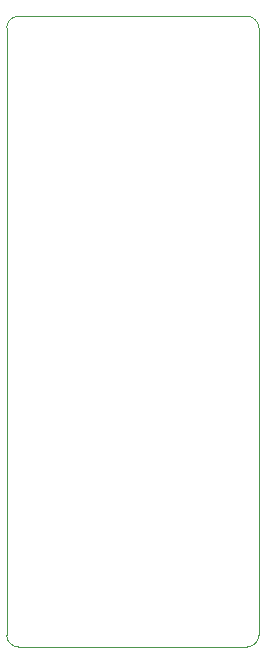
<source format=gbr>
%TF.GenerationSoftware,KiCad,Pcbnew,9.0.7*%
%TF.CreationDate,2026-02-10T16:35:42-06:00*%
%TF.ProjectId,Devboard RP2040,44657662-6f61-4726-9420-525032303430,rev?*%
%TF.SameCoordinates,Original*%
%TF.FileFunction,Profile,NP*%
%FSLAX46Y46*%
G04 Gerber Fmt 4.6, Leading zero omitted, Abs format (unit mm)*
G04 Created by KiCad (PCBNEW 9.0.7) date 2026-02-10 16:35:42*
%MOMM*%
%LPD*%
G01*
G04 APERTURE LIST*
%TA.AperFunction,Profile*%
%ADD10C,0.050000*%
%TD*%
G04 APERTURE END LIST*
D10*
X140650000Y-24200000D02*
G75*
G02*
X141650000Y-25200000I0J-1000000D01*
G01*
X120300000Y-76600000D02*
X120300000Y-25200000D01*
X141650000Y-76600000D02*
G75*
G02*
X140650000Y-77600000I-1000000J0D01*
G01*
X121300000Y-24200000D02*
X140650000Y-24200000D01*
X140650000Y-77600000D02*
X121300000Y-77600000D01*
X120300000Y-25200000D02*
G75*
G02*
X121300000Y-24200000I1000000J0D01*
G01*
X121300000Y-77600000D02*
G75*
G02*
X120300000Y-76600000I0J1000000D01*
G01*
X141650000Y-25200000D02*
X141650000Y-76600000D01*
M02*

</source>
